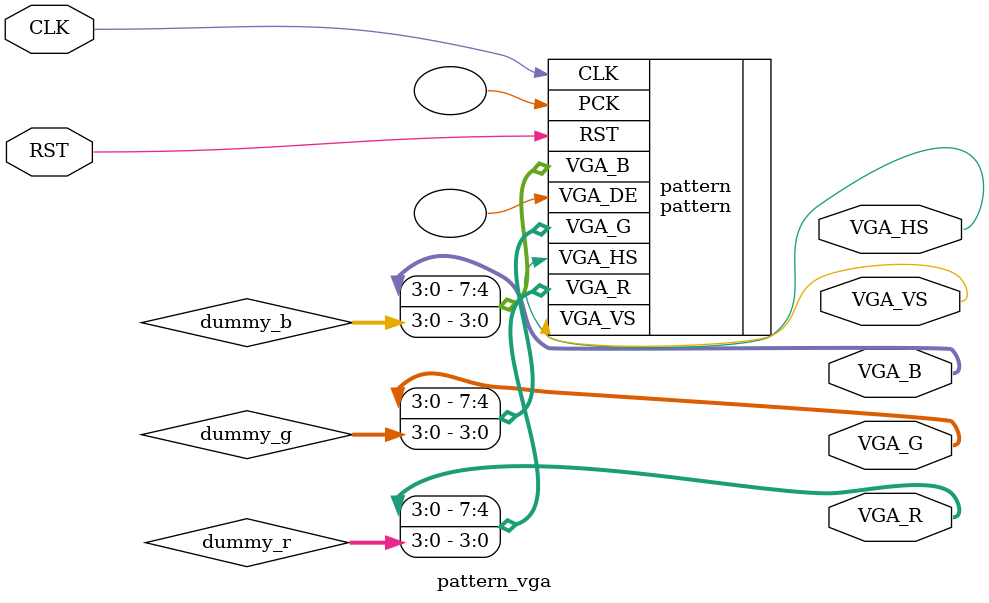
<source format=v>
/* Copyright(C) 2020 Cobac.Net All Rights Reserved. */
/* chapter: æ2Í                               */
/* project: pattern                             */
/* outline: p^[\¦ñHÌVGAoÍpÅãKw */

module pattern_vga(
    input           CLK,
    input           RST,
    output  [3:0]   VGA_R, VGA_G, VGA_B,
    output          VGA_HS, VGA_VS
);

wire [3:0] dummy_r, dummy_g, dummy_b;

/* p^[\¦ñHðÚ± */
pattern pattern(
    .CLK    (CLK),
    .RST    (RST),
    .VGA_R  ({VGA_R, dummy_r}),
    .VGA_G  ({VGA_G, dummy_g}),
    .VGA_B  ({VGA_B, dummy_b}),
    .VGA_HS (VGA_HS),
    .VGA_VS (VGA_VS),
    .VGA_DE (),
    .PCK    ()
);

endmodule

</source>
